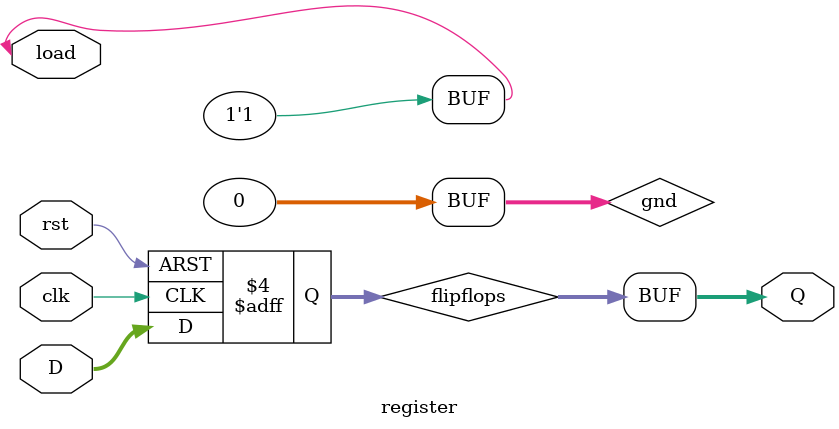
<source format=v>

`resetall
`timescale 1ns/10ps
module register #(parameter N=32)( 
   input   wire               clk, 
   input   wire               load, 
   output  wire    [N - 1:0]  Q, 
   input   wire    [N - 1:0]  D, 
   input   wire               rst
);

// ### Please start your Verilog code here ###
// Internal Declarations
reg   [N-1:0]   flipflops; 
wire  [N-1:0]   gnd; 

assign gnd = {N{1'b0}};
assign load = 1'b1; 
assign Q = flipflops;

always @(posedge clk or posedge rst) begin 
  if (rst) begin
    flipflops <= gnd;
  end 
  else if (load) begin 
    flipflops <= D;  
  end
end


endmodule

</source>
